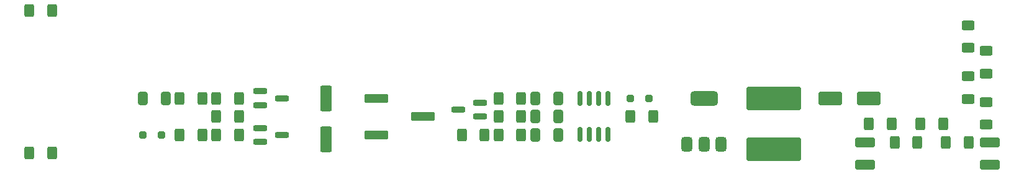
<source format=gbr>
G04 #@! TF.GenerationSoftware,KiCad,Pcbnew,8.0.4-8.0.4-0~ubuntu22.04.1*
G04 #@! TF.CreationDate,2024-09-06T12:10:29+02:00*
G04 #@! TF.ProjectId,Tube Driver,54756265-2044-4726-9976-65722e6b6963,1.0*
G04 #@! TF.SameCoordinates,Original*
G04 #@! TF.FileFunction,Paste,Top*
G04 #@! TF.FilePolarity,Positive*
%FSLAX46Y46*%
G04 Gerber Fmt 4.6, Leading zero omitted, Abs format (unit mm)*
G04 Created by KiCad (PCBNEW 8.0.4-8.0.4-0~ubuntu22.04.1) date 2024-09-06 12:10:29*
%MOMM*%
%LPD*%
G01*
G04 APERTURE LIST*
G04 Aperture macros list*
%AMRoundRect*
0 Rectangle with rounded corners*
0 $1 Rounding radius*
0 $2 $3 $4 $5 $6 $7 $8 $9 X,Y pos of 4 corners*
0 Add a 4 corners polygon primitive as box body*
4,1,4,$2,$3,$4,$5,$6,$7,$8,$9,$2,$3,0*
0 Add four circle primitives for the rounded corners*
1,1,$1+$1,$2,$3*
1,1,$1+$1,$4,$5*
1,1,$1+$1,$6,$7*
1,1,$1+$1,$8,$9*
0 Add four rect primitives between the rounded corners*
20,1,$1+$1,$2,$3,$4,$5,0*
20,1,$1+$1,$4,$5,$6,$7,0*
20,1,$1+$1,$6,$7,$8,$9,0*
20,1,$1+$1,$8,$9,$2,$3,0*%
G04 Aperture macros list end*
%ADD10RoundRect,0.250000X-0.400000X-0.625000X0.400000X-0.625000X0.400000X0.625000X-0.400000X0.625000X0*%
%ADD11RoundRect,0.250000X-1.100000X0.412500X-1.100000X-0.412500X1.100000X-0.412500X1.100000X0.412500X0*%
%ADD12RoundRect,0.250000X0.412500X0.650000X-0.412500X0.650000X-0.412500X-0.650000X0.412500X-0.650000X0*%
%ADD13RoundRect,0.250000X-0.412500X-0.650000X0.412500X-0.650000X0.412500X0.650000X-0.412500X0.650000X0*%
%ADD14RoundRect,0.200000X0.750000X0.200000X-0.750000X0.200000X-0.750000X-0.200000X0.750000X-0.200000X0*%
%ADD15RoundRect,0.250000X0.625000X-0.400000X0.625000X0.400000X-0.625000X0.400000X-0.625000X-0.400000X0*%
%ADD16RoundRect,0.375000X0.375000X-0.625000X0.375000X0.625000X-0.375000X0.625000X-0.375000X-0.625000X0*%
%ADD17RoundRect,0.500000X1.400000X-0.500000X1.400000X0.500000X-1.400000X0.500000X-1.400000X-0.500000X0*%
%ADD18RoundRect,0.250000X0.250000X0.250000X-0.250000X0.250000X-0.250000X-0.250000X0.250000X-0.250000X0*%
%ADD19RoundRect,0.250000X0.400000X0.625000X-0.400000X0.625000X-0.400000X-0.625000X0.400000X-0.625000X0*%
%ADD20RoundRect,0.250000X-0.250000X-0.250000X0.250000X-0.250000X0.250000X0.250000X-0.250000X0.250000X0*%
%ADD21RoundRect,0.300000X-1.350000X-0.300000X1.350000X-0.300000X1.350000X0.300000X-1.350000X0.300000X0*%
%ADD22RoundRect,0.150000X-0.150000X0.825000X-0.150000X-0.825000X0.150000X-0.825000X0.150000X0.825000X0*%
%ADD23RoundRect,0.320000X3.430000X-1.280000X3.430000X1.280000X-3.430000X1.280000X-3.430000X-1.280000X0*%
%ADD24RoundRect,0.250000X1.375000X0.650000X-1.375000X0.650000X-1.375000X-0.650000X1.375000X-0.650000X0*%
%ADD25RoundRect,0.250000X0.550000X-1.500000X0.550000X1.500000X-0.550000X1.500000X-0.550000X-1.500000X0*%
%ADD26RoundRect,0.200000X-0.750000X-0.200000X0.750000X-0.200000X0.750000X0.200000X-0.750000X0.200000X0*%
G04 APERTURE END LIST*
D10*
X103000000Y-108000000D03*
X106100000Y-108000000D03*
X108000000Y-113000000D03*
X111100000Y-113000000D03*
D11*
X196500000Y-114000000D03*
X196500000Y-117125000D03*
D12*
X101125000Y-108000000D03*
X98000000Y-108000000D03*
D13*
X151500000Y-108000000D03*
X154625000Y-108000000D03*
D14*
X144000000Y-110500000D03*
X144000000Y-108600000D03*
X141000000Y-109550000D03*
D15*
X213000000Y-104600000D03*
X213000000Y-101500000D03*
D10*
X146500000Y-113000000D03*
X149600000Y-113000000D03*
D15*
X210500000Y-101100000D03*
X210500000Y-98000000D03*
X210500000Y-108100000D03*
X210500000Y-105000000D03*
D16*
X172200000Y-114300000D03*
X174500000Y-114300000D03*
X176800000Y-114300000D03*
D17*
X174500000Y-108000000D03*
D10*
X200500000Y-114000000D03*
X203600000Y-114000000D03*
D11*
X213500000Y-114000000D03*
X213500000Y-117125000D03*
D18*
X167000000Y-108000000D03*
X164500000Y-108000000D03*
D19*
X85600000Y-115500000D03*
X82500000Y-115500000D03*
D20*
X98000000Y-113000000D03*
X100500000Y-113000000D03*
D19*
X85600000Y-96000000D03*
X82500000Y-96000000D03*
D21*
X129800000Y-108000000D03*
X136200000Y-110500000D03*
X129800000Y-113000000D03*
D13*
X151500000Y-110500000D03*
X154625000Y-110500000D03*
D22*
X161405000Y-108025000D03*
X160135000Y-108025000D03*
X158865000Y-108025000D03*
X157595000Y-108025000D03*
X157595000Y-112975000D03*
X158865000Y-112975000D03*
X160135000Y-112975000D03*
X161405000Y-112975000D03*
D19*
X106100000Y-113000000D03*
X103000000Y-113000000D03*
D15*
X213000000Y-111600000D03*
X213000000Y-108500000D03*
D10*
X204000000Y-111500000D03*
X207100000Y-111500000D03*
X108000000Y-108000000D03*
X111100000Y-108000000D03*
D19*
X144600000Y-113000000D03*
X141500000Y-113000000D03*
X111100000Y-110500000D03*
X108000000Y-110500000D03*
D23*
X184000000Y-115000000D03*
X184000000Y-108000000D03*
D19*
X149600000Y-108000000D03*
X146500000Y-108000000D03*
D24*
X197000000Y-108000000D03*
X191750000Y-108000000D03*
D10*
X207500000Y-114000000D03*
X210600000Y-114000000D03*
D25*
X123000000Y-113600000D03*
X123000000Y-108000000D03*
D19*
X149600000Y-110500000D03*
X146500000Y-110500000D03*
D10*
X164500000Y-110500000D03*
X167600000Y-110500000D03*
D26*
X114000000Y-112050000D03*
X114000000Y-113950000D03*
X117000000Y-113000000D03*
D13*
X151500000Y-113000000D03*
X154625000Y-113000000D03*
D26*
X114000000Y-107050000D03*
X114000000Y-108950000D03*
X117000000Y-108000000D03*
D10*
X197000000Y-111500000D03*
X200100000Y-111500000D03*
M02*

</source>
